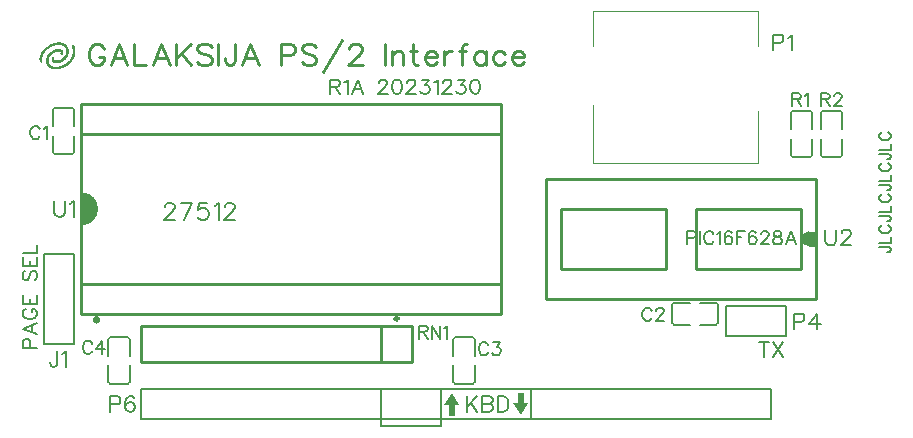
<source format=gto>
G04 Layer: TopSilkscreenLayer*
G04 EasyEDA v6.5.39, 2024-02-04 18:14:41*
G04 2f83d60dcc7a4208ae63cd86e36a5a3b,5509f98a9368439c9cde498926e245b9,10*
G04 Gerber Generator version 0.2*
G04 Scale: 100 percent, Rotated: No, Reflected: No *
G04 Dimensions in inches *
G04 leading zeros omitted , absolute positions ,3 integer and 6 decimal *
%FSLAX36Y36*%
%MOIN*%

%ADD10C,0.0090*%
%ADD11C,0.0070*%
%ADD12C,0.0060*%
%ADD13C,0.0080*%
%ADD14C,0.0100*%
%ADD15C,0.0080*%
%ADD16C,0.0039*%
%ADD17C,0.0118*%
%ADD18C,0.0137*%

%LPD*%
G36*
X176720Y1305260D02*
G01*
X173600Y1305200D01*
X170600Y1304980D01*
X166180Y1304379D01*
X164040Y1303980D01*
X160380Y1303120D01*
X156680Y1302040D01*
X151980Y1300380D01*
X149460Y1299360D01*
X146920Y1298220D01*
X143440Y1296500D01*
X138280Y1293540D01*
X133800Y1290520D01*
X128620Y1286440D01*
X124179Y1282280D01*
X120680Y1278340D01*
X118059Y1274900D01*
X115420Y1270720D01*
X113880Y1267660D01*
X112420Y1264220D01*
X111640Y1261880D01*
X110700Y1258060D01*
X110160Y1254260D01*
X110000Y1251720D01*
X110079Y1248700D01*
X110300Y1246620D01*
X110620Y1244560D01*
X111560Y1240600D01*
X111940Y1239800D01*
X112560Y1238980D01*
X113820Y1238100D01*
X114800Y1237740D01*
X116540Y1237740D01*
X117700Y1238140D01*
X118440Y1238640D01*
X119200Y1239400D01*
X119720Y1240280D01*
X120020Y1241140D01*
X120079Y1242680D01*
X119220Y1246320D01*
X118859Y1249100D01*
X118780Y1251380D01*
X118920Y1253780D01*
X119460Y1257140D01*
X120340Y1260280D01*
X121000Y1262080D01*
X122680Y1265700D01*
X123560Y1267240D01*
X125399Y1270040D01*
X127540Y1272840D01*
X129260Y1274860D01*
X133000Y1278600D01*
X137020Y1281960D01*
X140620Y1284560D01*
X143100Y1286180D01*
X147460Y1288680D01*
X150660Y1290260D01*
X152800Y1291220D01*
X157560Y1293060D01*
X161439Y1294280D01*
X163440Y1294820D01*
X167979Y1295760D01*
X172260Y1296279D01*
X174980Y1296440D01*
X178560Y1296380D01*
X180620Y1296160D01*
X182700Y1295820D01*
X184579Y1295360D01*
X186260Y1294840D01*
X187860Y1294199D01*
X189800Y1293220D01*
X191400Y1292180D01*
X192740Y1291080D01*
X194160Y1289640D01*
X196060Y1286960D01*
X196840Y1285420D01*
X197860Y1282680D01*
X198520Y1279860D01*
X198939Y1276120D01*
X198939Y1271840D01*
X198720Y1270300D01*
X198380Y1268700D01*
X197780Y1266660D01*
X196900Y1264420D01*
X195539Y1261840D01*
X194280Y1259880D01*
X193380Y1258640D01*
X192020Y1257020D01*
X190120Y1255080D01*
X188460Y1253600D01*
X185520Y1251360D01*
X183700Y1250180D01*
X181640Y1248980D01*
X179100Y1247740D01*
X175880Y1246460D01*
X173340Y1245680D01*
X171660Y1245260D01*
X168320Y1244720D01*
X165780Y1244580D01*
X163880Y1244720D01*
X162760Y1244920D01*
X161500Y1245340D01*
X160580Y1245820D01*
X159960Y1246380D01*
X159600Y1247020D01*
X159440Y1247760D01*
X159520Y1249300D01*
X159800Y1250640D01*
X159740Y1251840D01*
X159400Y1252920D01*
X158860Y1253740D01*
X158360Y1254300D01*
X157540Y1254900D01*
X156800Y1255220D01*
X155680Y1255440D01*
X154500Y1255360D01*
X153560Y1255040D01*
X152820Y1254580D01*
X152100Y1253940D01*
X151440Y1252960D01*
X151020Y1251440D01*
X150700Y1249320D01*
X150700Y1247120D01*
X151020Y1245220D01*
X151380Y1244060D01*
X151860Y1242920D01*
X152600Y1241620D01*
X153400Y1240540D01*
X154600Y1239320D01*
X156180Y1238220D01*
X157460Y1237540D01*
X159540Y1236680D01*
X161940Y1236140D01*
X164300Y1235820D01*
X167520Y1235820D01*
X169460Y1235960D01*
X171759Y1236300D01*
X175340Y1237100D01*
X177520Y1237740D01*
X180920Y1238960D01*
X182700Y1239720D01*
X184980Y1240820D01*
X188720Y1242940D01*
X190920Y1244400D01*
X192940Y1245900D01*
X195180Y1247800D01*
X197140Y1249640D01*
X198800Y1251420D01*
X200120Y1253000D01*
X202200Y1255900D01*
X203240Y1257600D01*
X204400Y1259740D01*
X205859Y1263220D01*
X206620Y1265540D01*
X207280Y1268500D01*
X207620Y1270580D01*
X207780Y1274240D01*
X207620Y1277660D01*
X207140Y1281420D01*
X206759Y1283300D01*
X206200Y1285300D01*
X205340Y1287800D01*
X204800Y1289100D01*
X203180Y1292120D01*
X201439Y1294580D01*
X200500Y1295720D01*
X199160Y1297120D01*
X197540Y1298540D01*
X194880Y1300420D01*
X193420Y1301260D01*
X191260Y1302320D01*
X188920Y1303240D01*
X185640Y1304180D01*
X182100Y1304860D01*
X179700Y1305120D01*
G37*
G36*
X221840Y1297760D02*
G01*
X220980Y1297560D01*
X219980Y1297100D01*
X219180Y1296459D01*
X218560Y1295660D01*
X218200Y1294860D01*
X217960Y1293980D01*
X217960Y1292580D01*
X219259Y1288760D01*
X219860Y1286620D01*
X220720Y1282480D01*
X221220Y1278200D01*
X221240Y1273260D01*
X221060Y1271320D01*
X220560Y1267980D01*
X219600Y1263840D01*
X218660Y1261080D01*
X217240Y1257660D01*
X216040Y1255260D01*
X214180Y1252140D01*
X212840Y1250140D01*
X210660Y1247240D01*
X207920Y1244080D01*
X205980Y1242100D01*
X203700Y1240000D01*
X201960Y1238520D01*
X198200Y1235640D01*
X195000Y1233500D01*
X190000Y1230620D01*
X186500Y1228940D01*
X181300Y1226840D01*
X179160Y1226120D01*
X175400Y1225080D01*
X172200Y1224380D01*
X170080Y1224040D01*
X167200Y1223720D01*
X164380Y1223560D01*
X161160Y1223640D01*
X159100Y1223860D01*
X156800Y1224260D01*
X154680Y1224800D01*
X153060Y1225340D01*
X151480Y1226020D01*
X150100Y1226720D01*
X148880Y1227480D01*
X147580Y1228440D01*
X146320Y1229580D01*
X145060Y1231040D01*
X143560Y1233320D01*
X142820Y1234780D01*
X142280Y1236120D01*
X141860Y1237460D01*
X141420Y1239280D01*
X140900Y1243020D01*
X140900Y1247760D01*
X141260Y1249780D01*
X141800Y1251840D01*
X142980Y1254900D01*
X143780Y1256520D01*
X144680Y1258080D01*
X146680Y1260860D01*
X148040Y1262440D01*
X149540Y1263980D01*
X151160Y1265460D01*
X152840Y1266800D01*
X156280Y1269160D01*
X159800Y1271040D01*
X161900Y1271980D01*
X164240Y1272860D01*
X166439Y1273540D01*
X168980Y1274160D01*
X171080Y1274480D01*
X173039Y1274640D01*
X175620Y1274560D01*
X177160Y1274300D01*
X179180Y1273480D01*
X179899Y1272840D01*
X180260Y1272100D01*
X180420Y1271180D01*
X180320Y1270120D01*
X180060Y1268760D01*
X180060Y1267580D01*
X180260Y1266760D01*
X180820Y1265640D01*
X181840Y1264600D01*
X182960Y1264060D01*
X183760Y1263860D01*
X185040Y1263860D01*
X185840Y1264060D01*
X186980Y1264600D01*
X188000Y1265640D01*
X188619Y1266900D01*
X189120Y1269780D01*
X189120Y1272180D01*
X188939Y1273380D01*
X188619Y1274680D01*
X188280Y1275660D01*
X187560Y1277100D01*
X186820Y1278200D01*
X185859Y1279300D01*
X184700Y1280320D01*
X183440Y1281160D01*
X182300Y1281780D01*
X180820Y1282380D01*
X179220Y1282840D01*
X176540Y1283320D01*
X174480Y1283480D01*
X171800Y1283380D01*
X169640Y1283180D01*
X166840Y1282720D01*
X164600Y1282180D01*
X162300Y1281519D01*
X160300Y1280840D01*
X158100Y1279960D01*
X155620Y1278840D01*
X151060Y1276280D01*
X147820Y1274020D01*
X144840Y1271640D01*
X142020Y1268900D01*
X139280Y1265700D01*
X138300Y1264360D01*
X136500Y1261520D01*
X134800Y1258140D01*
X133980Y1256120D01*
X132960Y1252780D01*
X132500Y1250640D01*
X132160Y1248300D01*
X132080Y1244360D01*
X132240Y1241540D01*
X132840Y1237400D01*
X133440Y1234920D01*
X134480Y1232000D01*
X135240Y1230300D01*
X136080Y1228700D01*
X137680Y1226260D01*
X139540Y1223980D01*
X140820Y1222720D01*
X143240Y1220680D01*
X145100Y1219460D01*
X147900Y1217960D01*
X150000Y1217080D01*
X153840Y1215900D01*
X156020Y1215440D01*
X160219Y1214880D01*
X163640Y1214740D01*
X167160Y1214900D01*
X169700Y1215120D01*
X172399Y1215500D01*
X176540Y1216280D01*
X179920Y1217160D01*
X185000Y1218820D01*
X188740Y1220300D01*
X191860Y1221720D01*
X196420Y1224100D01*
X200560Y1226620D01*
X204180Y1229120D01*
X206920Y1231240D01*
X209180Y1233120D01*
X212220Y1235900D01*
X214420Y1238160D01*
X216820Y1240880D01*
X219880Y1244880D01*
X221420Y1247160D01*
X223960Y1251480D01*
X225159Y1253900D01*
X226140Y1256160D01*
X227480Y1259700D01*
X228760Y1264220D01*
X229620Y1269100D01*
X230000Y1272920D01*
X229980Y1278460D01*
X229500Y1283160D01*
X228680Y1287440D01*
X227620Y1291339D01*
X226840Y1293720D01*
X225920Y1295920D01*
X224840Y1297000D01*
X224040Y1297420D01*
X223180Y1297700D01*
G37*
D10*
X326100Y1283600D02*
G01*
X322699Y1290500D01*
X315900Y1297300D01*
X309099Y1300700D01*
X295500Y1300700D01*
X288600Y1297300D01*
X281799Y1290500D01*
X278400Y1283600D01*
X275000Y1273400D01*
X275000Y1256399D01*
X278400Y1246100D01*
X281799Y1239299D01*
X288600Y1232500D01*
X295500Y1229099D01*
X309099Y1229099D01*
X315900Y1232500D01*
X322699Y1239299D01*
X326100Y1246100D01*
X326100Y1256399D01*
X309099Y1256399D02*
G01*
X326100Y1256399D01*
X375900Y1300700D02*
G01*
X348600Y1229099D01*
X375900Y1300700D02*
G01*
X403199Y1229099D01*
X358899Y1253000D02*
G01*
X393000Y1253000D01*
X425699Y1300700D02*
G01*
X425699Y1229099D01*
X425699Y1229099D02*
G01*
X466599Y1229099D01*
X516400Y1300700D02*
G01*
X489099Y1229099D01*
X516400Y1300700D02*
G01*
X543599Y1229099D01*
X499300Y1253000D02*
G01*
X533400Y1253000D01*
X566099Y1300700D02*
G01*
X566099Y1229099D01*
X613900Y1300700D02*
G01*
X566099Y1253000D01*
X583199Y1270000D02*
G01*
X613900Y1229099D01*
X684099Y1290500D02*
G01*
X677299Y1297300D01*
X666999Y1300700D01*
X653400Y1300700D01*
X643199Y1297300D01*
X636400Y1290500D01*
X636400Y1283600D01*
X639799Y1276799D01*
X643199Y1273400D01*
X650000Y1270000D01*
X670500Y1263200D01*
X677299Y1259800D01*
X680699Y1256399D01*
X684099Y1249499D01*
X684099Y1239299D01*
X677299Y1232500D01*
X666999Y1229099D01*
X653400Y1229099D01*
X643199Y1232500D01*
X636400Y1239299D01*
X706599Y1300700D02*
G01*
X706599Y1229099D01*
X763199Y1300700D02*
G01*
X763199Y1246100D01*
X759799Y1235900D01*
X756400Y1232500D01*
X749499Y1229099D01*
X742700Y1229099D01*
X735900Y1232500D01*
X732500Y1235900D01*
X729099Y1246100D01*
X729099Y1253000D01*
X813000Y1300700D02*
G01*
X785699Y1229099D01*
X813000Y1300700D02*
G01*
X840200Y1229099D01*
X795900Y1253000D02*
G01*
X830000Y1253000D01*
X915200Y1300700D02*
G01*
X915200Y1229099D01*
X915200Y1300700D02*
G01*
X945900Y1300700D01*
X956099Y1297300D01*
X959499Y1293899D01*
X963000Y1286999D01*
X963000Y1276799D01*
X959499Y1270000D01*
X956099Y1266599D01*
X945900Y1263200D01*
X915200Y1263200D01*
X1033199Y1290500D02*
G01*
X1026400Y1297300D01*
X1016099Y1300700D01*
X1002500Y1300700D01*
X992299Y1297300D01*
X985500Y1290500D01*
X985500Y1283600D01*
X988900Y1276799D01*
X992299Y1273400D01*
X999099Y1270000D01*
X1019499Y1263200D01*
X1026400Y1259800D01*
X1029799Y1256399D01*
X1033199Y1249499D01*
X1033199Y1239299D01*
X1026400Y1232500D01*
X1016099Y1229099D01*
X1002500Y1229099D01*
X992299Y1232500D01*
X985500Y1239299D01*
X1116999Y1314299D02*
G01*
X1055699Y1205199D01*
X1143000Y1283600D02*
G01*
X1143000Y1286999D01*
X1146400Y1293899D01*
X1149799Y1297300D01*
X1156599Y1300700D01*
X1170200Y1300700D01*
X1176999Y1297300D01*
X1180500Y1293899D01*
X1183900Y1286999D01*
X1183900Y1280199D01*
X1180500Y1273400D01*
X1173599Y1263200D01*
X1139499Y1229099D01*
X1187299Y1229099D01*
X1262299Y1300700D02*
G01*
X1262299Y1229099D01*
X1284799Y1276799D02*
G01*
X1284799Y1229099D01*
X1284799Y1263200D02*
G01*
X1295000Y1273400D01*
X1301800Y1276799D01*
X1311999Y1276799D01*
X1318900Y1273400D01*
X1322299Y1263200D01*
X1322299Y1229099D01*
X1355000Y1300700D02*
G01*
X1355000Y1242699D01*
X1358400Y1232500D01*
X1365200Y1229099D01*
X1371999Y1229099D01*
X1344799Y1276799D02*
G01*
X1368599Y1276799D01*
X1394499Y1256399D02*
G01*
X1435500Y1256399D01*
X1435500Y1263200D01*
X1431999Y1270000D01*
X1428599Y1273400D01*
X1421800Y1276799D01*
X1411599Y1276799D01*
X1404799Y1273400D01*
X1398000Y1266599D01*
X1394499Y1256399D01*
X1394499Y1249499D01*
X1398000Y1239299D01*
X1404799Y1232500D01*
X1411599Y1229099D01*
X1421800Y1229099D01*
X1428599Y1232500D01*
X1435500Y1239299D01*
X1458000Y1276799D02*
G01*
X1458000Y1229099D01*
X1458000Y1256399D02*
G01*
X1461400Y1266599D01*
X1468199Y1273400D01*
X1475000Y1276799D01*
X1485200Y1276799D01*
X1535000Y1300700D02*
G01*
X1528199Y1300700D01*
X1521400Y1297300D01*
X1518000Y1286999D01*
X1518000Y1229099D01*
X1507700Y1276799D02*
G01*
X1531599Y1276799D01*
X1598400Y1276799D02*
G01*
X1598400Y1229099D01*
X1598400Y1266599D02*
G01*
X1591599Y1273400D01*
X1584799Y1276799D01*
X1574499Y1276799D01*
X1567700Y1273400D01*
X1560900Y1266599D01*
X1557500Y1256399D01*
X1557500Y1249499D01*
X1560900Y1239299D01*
X1567700Y1232500D01*
X1574499Y1229099D01*
X1584799Y1229099D01*
X1591599Y1232500D01*
X1598400Y1239299D01*
X1661800Y1266599D02*
G01*
X1655000Y1273400D01*
X1648199Y1276799D01*
X1638000Y1276799D01*
X1631099Y1273400D01*
X1624300Y1266599D01*
X1620900Y1256399D01*
X1620900Y1249499D01*
X1624300Y1239299D01*
X1631099Y1232500D01*
X1638000Y1229099D01*
X1648199Y1229099D01*
X1655000Y1232500D01*
X1661800Y1239299D01*
X1684300Y1256399D02*
G01*
X1725200Y1256399D01*
X1725200Y1263200D01*
X1721800Y1270000D01*
X1718400Y1273400D01*
X1711599Y1276799D01*
X1701400Y1276799D01*
X1694499Y1273400D01*
X1687700Y1266599D01*
X1684300Y1256399D01*
X1684300Y1249499D01*
X1687700Y1239299D01*
X1694499Y1232500D01*
X1701400Y1229099D01*
X1711599Y1229099D01*
X1718400Y1232500D01*
X1725200Y1239299D01*
D11*
X1080000Y1180500D02*
G01*
X1080000Y1132699D01*
X1080000Y1180500D02*
G01*
X1100500Y1180500D01*
X1107299Y1178200D01*
X1109499Y1175900D01*
X1111800Y1171399D01*
X1111800Y1166799D01*
X1109499Y1162300D01*
X1107299Y1160000D01*
X1100500Y1157699D01*
X1080000Y1157699D01*
X1095900Y1157699D02*
G01*
X1111800Y1132699D01*
X1126800Y1171399D02*
G01*
X1131400Y1173600D01*
X1138199Y1180500D01*
X1138199Y1132699D01*
X1171400Y1180500D02*
G01*
X1153199Y1132699D01*
X1171400Y1180500D02*
G01*
X1189499Y1132699D01*
X1160000Y1148600D02*
G01*
X1182700Y1148600D01*
X1241800Y1169099D02*
G01*
X1241800Y1171399D01*
X1244099Y1175900D01*
X1246400Y1178200D01*
X1250900Y1180500D01*
X1260000Y1180500D01*
X1264499Y1178200D01*
X1266800Y1175900D01*
X1269099Y1171399D01*
X1269099Y1166799D01*
X1266800Y1162300D01*
X1262299Y1155500D01*
X1239499Y1132699D01*
X1271400Y1132699D01*
X1300000Y1180500D02*
G01*
X1293199Y1178200D01*
X1288599Y1171399D01*
X1286400Y1160000D01*
X1286400Y1153200D01*
X1288599Y1141799D01*
X1293199Y1135000D01*
X1300000Y1132699D01*
X1304499Y1132699D01*
X1311400Y1135000D01*
X1315900Y1141799D01*
X1318199Y1153200D01*
X1318199Y1160000D01*
X1315900Y1171399D01*
X1311400Y1178200D01*
X1304499Y1180500D01*
X1300000Y1180500D01*
X1335500Y1169099D02*
G01*
X1335500Y1171399D01*
X1337700Y1175900D01*
X1340000Y1178200D01*
X1344499Y1180500D01*
X1353599Y1180500D01*
X1358199Y1178200D01*
X1360500Y1175900D01*
X1362700Y1171399D01*
X1362700Y1166799D01*
X1360500Y1162300D01*
X1355900Y1155500D01*
X1333199Y1132699D01*
X1365000Y1132699D01*
X1384499Y1180500D02*
G01*
X1409499Y1180500D01*
X1395900Y1162300D01*
X1402700Y1162300D01*
X1407299Y1160000D01*
X1409499Y1157699D01*
X1411800Y1150900D01*
X1411800Y1146399D01*
X1409499Y1139499D01*
X1405000Y1135000D01*
X1398199Y1132699D01*
X1391400Y1132699D01*
X1384499Y1135000D01*
X1382299Y1137300D01*
X1380000Y1141799D01*
X1426800Y1171399D02*
G01*
X1431400Y1173600D01*
X1438199Y1180500D01*
X1438199Y1132699D01*
X1455500Y1169099D02*
G01*
X1455500Y1171399D01*
X1457700Y1175900D01*
X1460000Y1178200D01*
X1464499Y1180500D01*
X1473599Y1180500D01*
X1478199Y1178200D01*
X1480500Y1175900D01*
X1482700Y1171399D01*
X1482700Y1166799D01*
X1480500Y1162300D01*
X1475900Y1155500D01*
X1453199Y1132699D01*
X1485000Y1132699D01*
X1504499Y1180500D02*
G01*
X1529499Y1180500D01*
X1515900Y1162300D01*
X1522700Y1162300D01*
X1527299Y1160000D01*
X1529499Y1157699D01*
X1531800Y1150900D01*
X1531800Y1146399D01*
X1529499Y1139499D01*
X1525000Y1135000D01*
X1518199Y1132699D01*
X1511400Y1132699D01*
X1504499Y1135000D01*
X1502299Y1137300D01*
X1500000Y1141799D01*
X1560500Y1180500D02*
G01*
X1553599Y1178200D01*
X1549099Y1171399D01*
X1546800Y1160000D01*
X1546800Y1153200D01*
X1549099Y1141799D01*
X1553599Y1135000D01*
X1560500Y1132699D01*
X1565000Y1132699D01*
X1571800Y1135000D01*
X1576400Y1141799D01*
X1578599Y1153200D01*
X1578599Y1160000D01*
X1576400Y1171399D01*
X1571800Y1178200D01*
X1565000Y1180500D01*
X1560500Y1180500D01*
X2525900Y305500D02*
G01*
X2525900Y257699D01*
X2510000Y305500D02*
G01*
X2541800Y305500D01*
X2556800Y305500D02*
G01*
X2588599Y257699D01*
X2588599Y305500D02*
G01*
X2556800Y257699D01*
X54499Y285000D02*
G01*
X102300Y285000D01*
X54499Y285000D02*
G01*
X54499Y305500D01*
X56799Y312300D01*
X59099Y314499D01*
X63600Y316799D01*
X70500Y316799D01*
X75000Y314499D01*
X77300Y312300D01*
X79499Y305500D01*
X79499Y285000D01*
X54499Y350000D02*
G01*
X102300Y331799D01*
X54499Y350000D02*
G01*
X102300Y368200D01*
X86399Y338600D02*
G01*
X86399Y361399D01*
X65900Y417300D02*
G01*
X61399Y415000D01*
X56799Y410500D01*
X54499Y405900D01*
X54499Y396799D01*
X56799Y392300D01*
X61399Y387699D01*
X65900Y385500D01*
X72699Y383200D01*
X84099Y383200D01*
X90900Y385500D01*
X95500Y387699D01*
X100000Y392300D01*
X102300Y396799D01*
X102300Y405900D01*
X100000Y410500D01*
X95500Y415000D01*
X90900Y417300D01*
X84099Y417300D01*
X84099Y405900D02*
G01*
X84099Y417300D01*
X54499Y432300D02*
G01*
X102300Y432300D01*
X54499Y432300D02*
G01*
X54499Y461799D01*
X77300Y432300D02*
G01*
X77300Y450500D01*
X102300Y432300D02*
G01*
X102300Y461799D01*
X61399Y543600D02*
G01*
X56799Y539099D01*
X54499Y532300D01*
X54499Y523200D01*
X56799Y516399D01*
X61399Y511799D01*
X65900Y511799D01*
X70500Y514099D01*
X72699Y516399D01*
X75000Y520900D01*
X79499Y534499D01*
X81799Y539099D01*
X84099Y541399D01*
X88600Y543600D01*
X95500Y543600D01*
X100000Y539099D01*
X102300Y532300D01*
X102300Y523200D01*
X100000Y516399D01*
X95500Y511799D01*
X54499Y558600D02*
G01*
X102300Y558600D01*
X54499Y558600D02*
G01*
X54499Y588200D01*
X77300Y558600D02*
G01*
X77300Y576799D01*
X102300Y558600D02*
G01*
X102300Y588200D01*
X54499Y603200D02*
G01*
X102300Y603200D01*
X102300Y603200D02*
G01*
X102300Y630500D01*
D12*
X2909600Y623200D02*
G01*
X2938699Y623200D01*
X2944200Y621399D01*
X2946000Y619499D01*
X2947799Y615900D01*
X2947799Y612300D01*
X2946000Y608600D01*
X2944200Y606799D01*
X2938699Y605000D01*
X2935100Y605000D01*
X2909600Y635199D02*
G01*
X2947799Y635199D01*
X2947799Y635199D02*
G01*
X2947799Y656999D01*
X2918699Y696300D02*
G01*
X2915100Y694499D01*
X2911499Y690799D01*
X2909600Y687199D01*
X2909600Y679899D01*
X2911499Y676300D01*
X2915100Y672600D01*
X2918699Y670799D01*
X2924200Y669000D01*
X2933299Y669000D01*
X2938699Y670799D01*
X2942399Y672600D01*
X2946000Y676300D01*
X2947799Y679899D01*
X2947799Y687199D01*
X2946000Y690799D01*
X2942399Y694499D01*
X2938699Y696300D01*
X2909600Y726500D02*
G01*
X2938699Y726500D01*
X2944200Y724600D01*
X2946000Y722800D01*
X2947799Y719200D01*
X2947799Y715500D01*
X2946000Y711900D01*
X2944200Y710100D01*
X2938699Y708299D01*
X2935100Y708299D01*
X2909600Y738499D02*
G01*
X2947799Y738499D01*
X2947799Y738499D02*
G01*
X2947799Y760300D01*
X2918699Y799499D02*
G01*
X2915100Y797699D01*
X2911499Y794099D01*
X2909600Y790500D01*
X2909600Y783200D01*
X2911499Y779499D01*
X2915100Y775900D01*
X2918699Y774099D01*
X2924200Y772300D01*
X2933299Y772300D01*
X2938699Y774099D01*
X2942399Y775900D01*
X2946000Y779499D01*
X2947799Y783200D01*
X2947799Y790500D01*
X2946000Y794099D01*
X2942399Y797699D01*
X2938699Y799499D01*
X2909600Y829699D02*
G01*
X2938699Y829699D01*
X2944200Y827899D01*
X2946000Y826100D01*
X2947799Y822500D01*
X2947799Y818800D01*
X2946000Y815199D01*
X2944200Y813400D01*
X2938699Y811500D01*
X2935100Y811500D01*
X2909600Y841700D02*
G01*
X2947799Y841700D01*
X2947799Y841700D02*
G01*
X2947799Y863499D01*
X2918699Y902800D02*
G01*
X2915100Y900999D01*
X2911499Y897399D01*
X2909600Y893699D01*
X2909600Y886500D01*
X2911499Y882800D01*
X2915100Y879200D01*
X2918699Y877399D01*
X2924200Y875500D01*
X2933299Y875500D01*
X2938699Y877399D01*
X2942399Y879200D01*
X2946000Y882800D01*
X2947799Y886500D01*
X2947799Y893699D01*
X2946000Y897399D01*
X2942399Y900999D01*
X2938699Y902800D01*
X2909600Y933000D02*
G01*
X2938699Y933000D01*
X2944200Y931199D01*
X2946000Y929400D01*
X2947799Y925700D01*
X2947799Y922100D01*
X2946000Y918499D01*
X2944200Y916599D01*
X2938699Y914800D01*
X2935100Y914800D01*
X2909600Y945000D02*
G01*
X2947799Y945000D01*
X2947799Y945000D02*
G01*
X2947799Y966799D01*
X2918699Y1006100D02*
G01*
X2915100Y1004299D01*
X2911499Y1000599D01*
X2909600Y996999D01*
X2909600Y989699D01*
X2911499Y986100D01*
X2915100Y982500D01*
X2918699Y980599D01*
X2924200Y978800D01*
X2933299Y978800D01*
X2938699Y980599D01*
X2942399Y982500D01*
X2946000Y986100D01*
X2947799Y989699D01*
X2947799Y996999D01*
X2946000Y1000599D01*
X2942399Y1004299D01*
X2938699Y1006100D01*
X2270000Y675399D02*
G01*
X2270000Y632500D01*
X2270000Y675399D02*
G01*
X2288400Y675399D01*
X2294499Y673400D01*
X2296599Y671300D01*
X2298599Y667199D01*
X2298599Y661100D01*
X2296599Y656999D01*
X2294499Y655000D01*
X2288400Y652899D01*
X2270000Y652899D01*
X2312100Y675399D02*
G01*
X2312100Y632500D01*
X2356300Y665199D02*
G01*
X2354300Y669299D01*
X2350200Y673400D01*
X2346099Y675399D01*
X2337899Y675399D01*
X2333800Y673400D01*
X2329700Y669299D01*
X2327700Y665199D01*
X2325600Y659000D01*
X2325600Y648800D01*
X2327700Y642699D01*
X2329700Y638600D01*
X2333800Y634499D01*
X2337899Y632500D01*
X2346099Y632500D01*
X2350200Y634499D01*
X2354300Y638600D01*
X2356300Y642699D01*
X2369799Y667199D02*
G01*
X2373900Y669299D01*
X2380000Y675399D01*
X2380000Y632500D01*
X2418100Y669299D02*
G01*
X2416000Y673400D01*
X2409899Y675399D01*
X2405799Y675399D01*
X2399700Y673400D01*
X2395600Y667199D01*
X2393500Y656999D01*
X2393500Y646799D01*
X2395600Y638600D01*
X2399700Y634499D01*
X2405799Y632500D01*
X2407899Y632500D01*
X2413999Y634499D01*
X2418100Y638600D01*
X2420100Y644699D01*
X2420100Y646799D01*
X2418100Y652899D01*
X2413999Y656999D01*
X2407899Y659000D01*
X2405799Y659000D01*
X2399700Y656999D01*
X2395600Y652899D01*
X2393500Y646799D01*
X2433599Y675399D02*
G01*
X2433599Y632500D01*
X2433599Y675399D02*
G01*
X2460200Y675399D01*
X2433599Y655000D02*
G01*
X2450000Y655000D01*
X2498299Y669299D02*
G01*
X2496199Y673400D01*
X2490100Y675399D01*
X2486000Y675399D01*
X2479899Y673400D01*
X2475799Y667199D01*
X2473699Y656999D01*
X2473699Y646799D01*
X2475799Y638600D01*
X2479899Y634499D01*
X2486000Y632500D01*
X2488000Y632500D01*
X2494200Y634499D01*
X2498299Y638600D01*
X2500299Y644699D01*
X2500299Y646799D01*
X2498299Y652899D01*
X2494200Y656999D01*
X2488000Y659000D01*
X2486000Y659000D01*
X2479899Y656999D01*
X2475799Y652899D01*
X2473699Y646799D01*
X2515900Y665199D02*
G01*
X2515900Y667199D01*
X2517899Y671300D01*
X2520000Y673400D01*
X2523999Y675399D01*
X2532200Y675399D01*
X2536300Y673400D01*
X2538400Y671300D01*
X2540399Y667199D01*
X2540399Y663099D01*
X2538400Y659000D01*
X2534300Y652899D01*
X2513800Y632500D01*
X2542500Y632500D01*
X2566199Y675399D02*
G01*
X2560000Y673400D01*
X2558000Y669299D01*
X2558000Y665199D01*
X2560000Y661100D01*
X2564099Y659000D01*
X2572299Y656999D01*
X2578500Y655000D01*
X2582500Y650900D01*
X2584600Y646799D01*
X2584600Y640599D01*
X2582500Y636500D01*
X2580500Y634499D01*
X2574399Y632500D01*
X2566199Y632500D01*
X2560000Y634499D01*
X2558000Y636500D01*
X2556000Y640599D01*
X2556000Y646799D01*
X2558000Y650900D01*
X2562100Y655000D01*
X2568199Y656999D01*
X2576400Y659000D01*
X2580500Y661100D01*
X2582500Y665199D01*
X2582500Y669299D01*
X2580500Y673400D01*
X2574399Y675399D01*
X2566199Y675399D01*
X2614499Y675399D02*
G01*
X2598100Y632500D01*
X2614499Y675399D02*
G01*
X2630799Y632500D01*
X2604200Y646799D02*
G01*
X2624700Y646799D01*
D13*
X2730000Y680500D02*
G01*
X2730000Y643000D01*
X2732500Y635500D01*
X2737500Y630500D01*
X2745000Y628000D01*
X2750000Y628000D01*
X2757500Y630500D01*
X2762500Y635500D01*
X2765000Y643000D01*
X2765000Y680500D01*
X2783999Y668000D02*
G01*
X2783999Y670500D01*
X2786499Y675500D01*
X2788999Y678000D01*
X2793999Y680500D01*
X2803999Y680500D01*
X2808999Y678000D01*
X2811499Y675500D01*
X2813999Y670500D01*
X2813999Y665500D01*
X2811499Y660500D01*
X2806499Y653000D01*
X2781499Y628000D01*
X2816499Y628000D01*
X527700Y756900D02*
G01*
X527700Y759600D01*
X530500Y765100D01*
X533199Y767800D01*
X538599Y770500D01*
X549499Y770500D01*
X555000Y767800D01*
X557700Y765100D01*
X560500Y759600D01*
X560500Y754200D01*
X557700Y748699D01*
X552299Y740500D01*
X525000Y713299D01*
X563199Y713299D01*
X619399Y770500D02*
G01*
X592100Y713299D01*
X581199Y770500D02*
G01*
X619399Y770500D01*
X670100Y770500D02*
G01*
X642799Y770500D01*
X640100Y745999D01*
X642799Y748699D01*
X651000Y751500D01*
X659200Y751500D01*
X667399Y748699D01*
X672799Y743299D01*
X675500Y735100D01*
X675500Y729600D01*
X672799Y721500D01*
X667399Y715999D01*
X659200Y713299D01*
X651000Y713299D01*
X642799Y715999D01*
X640100Y718699D01*
X637399Y724200D01*
X693500Y759600D02*
G01*
X698999Y762399D01*
X707200Y770500D01*
X707200Y713299D01*
X727899Y756900D02*
G01*
X727899Y759600D01*
X730600Y765100D01*
X733400Y767800D01*
X738800Y770500D01*
X749700Y770500D01*
X755200Y767800D01*
X757899Y765100D01*
X760600Y759600D01*
X760600Y754200D01*
X757899Y748699D01*
X752500Y740500D01*
X725200Y713299D01*
X763400Y713299D01*
X160000Y775500D02*
G01*
X160000Y738000D01*
X162500Y730500D01*
X167500Y725500D01*
X175000Y723000D01*
X180000Y723000D01*
X187500Y725500D01*
X192500Y730500D01*
X195000Y738000D01*
X195000Y775500D01*
X211500Y765500D02*
G01*
X216500Y768000D01*
X224000Y775500D01*
X224000Y723000D01*
X345000Y125500D02*
G01*
X345000Y73000D01*
X345000Y125500D02*
G01*
X367500Y125500D01*
X375000Y123000D01*
X377500Y120500D01*
X380000Y115500D01*
X380000Y108000D01*
X377500Y103000D01*
X375000Y100500D01*
X367500Y98000D01*
X345000Y98000D01*
X426499Y118000D02*
G01*
X423999Y123000D01*
X416499Y125500D01*
X411499Y125500D01*
X403999Y123000D01*
X398999Y115500D01*
X396499Y103000D01*
X396499Y90500D01*
X398999Y80500D01*
X403999Y75500D01*
X411499Y73000D01*
X413999Y73000D01*
X421499Y75500D01*
X426499Y80500D01*
X428999Y88000D01*
X428999Y90500D01*
X426499Y98000D01*
X421499Y103000D01*
X413999Y105500D01*
X411499Y105500D01*
X403999Y103000D01*
X398999Y98000D01*
X396499Y90500D01*
D11*
X1535000Y125500D02*
G01*
X1535000Y73000D01*
X1570000Y125500D02*
G01*
X1535000Y90500D01*
X1547500Y103000D02*
G01*
X1570000Y73000D01*
X1586499Y125500D02*
G01*
X1586499Y73000D01*
X1586499Y125500D02*
G01*
X1608999Y125500D01*
X1616499Y123000D01*
X1618999Y120500D01*
X1621499Y115500D01*
X1621499Y110500D01*
X1618999Y105500D01*
X1616499Y103000D01*
X1608999Y100500D01*
X1586499Y100500D02*
G01*
X1608999Y100500D01*
X1616499Y98000D01*
X1618999Y95500D01*
X1621499Y90500D01*
X1621499Y83000D01*
X1618999Y78000D01*
X1616499Y75500D01*
X1608999Y73000D01*
X1586499Y73000D01*
X1638000Y125500D02*
G01*
X1638000Y73000D01*
X1638000Y125500D02*
G01*
X1655500Y125500D01*
X1663000Y123000D01*
X1668000Y118000D01*
X1670500Y113000D01*
X1673000Y105500D01*
X1673000Y93000D01*
X1670500Y85500D01*
X1668000Y80500D01*
X1663000Y75500D01*
X1655500Y73000D01*
X1638000Y73000D01*
D13*
X170000Y275500D02*
G01*
X170000Y235500D01*
X167500Y228000D01*
X165000Y225500D01*
X160000Y223000D01*
X155000Y223000D01*
X150000Y225500D01*
X147500Y228000D01*
X145000Y235500D01*
X145000Y240500D01*
X186500Y265500D02*
G01*
X191500Y268000D01*
X199000Y275500D01*
X199000Y223000D01*
D12*
X1605699Y295199D02*
G01*
X1603599Y299299D01*
X1599499Y303400D01*
X1595500Y305399D01*
X1587299Y305399D01*
X1583199Y303400D01*
X1579099Y299299D01*
X1576999Y295199D01*
X1575000Y289000D01*
X1575000Y278800D01*
X1576999Y272699D01*
X1579099Y268600D01*
X1583199Y264499D01*
X1587299Y262500D01*
X1595500Y262500D01*
X1599499Y264499D01*
X1603599Y268600D01*
X1605699Y272699D01*
X1623299Y305399D02*
G01*
X1645799Y305399D01*
X1633500Y289000D01*
X1639600Y289000D01*
X1643699Y286999D01*
X1645799Y285000D01*
X1647799Y278800D01*
X1647799Y274699D01*
X1645799Y268600D01*
X1641700Y264499D01*
X1635500Y262500D01*
X1629399Y262500D01*
X1623299Y264499D01*
X1621199Y266500D01*
X1619200Y270599D01*
X285700Y300199D02*
G01*
X283600Y304299D01*
X279499Y308400D01*
X275500Y310399D01*
X267300Y310399D01*
X263200Y308400D01*
X259099Y304299D01*
X256999Y300199D01*
X255000Y294000D01*
X255000Y283800D01*
X256999Y277699D01*
X259099Y273600D01*
X263200Y269499D01*
X267300Y267500D01*
X275500Y267500D01*
X279499Y269499D01*
X283600Y273600D01*
X285700Y277699D01*
X319600Y310399D02*
G01*
X299200Y281799D01*
X329899Y281799D01*
X319600Y310399D02*
G01*
X319600Y267500D01*
X110700Y1015199D02*
G01*
X108600Y1019299D01*
X104499Y1023400D01*
X100500Y1025399D01*
X92300Y1025399D01*
X88200Y1023400D01*
X84099Y1019299D01*
X81999Y1015199D01*
X80000Y1009000D01*
X80000Y998800D01*
X81999Y992699D01*
X84099Y988600D01*
X88200Y984499D01*
X92300Y982500D01*
X100500Y982500D01*
X104499Y984499D01*
X108600Y988600D01*
X110700Y992699D01*
X124200Y1017199D02*
G01*
X128299Y1019299D01*
X134400Y1025399D01*
X134400Y982500D01*
X2150699Y410199D02*
G01*
X2148599Y414299D01*
X2144499Y418400D01*
X2140500Y420399D01*
X2132299Y420399D01*
X2128199Y418400D01*
X2124099Y414299D01*
X2121999Y410199D01*
X2120000Y404000D01*
X2120000Y393800D01*
X2121999Y387699D01*
X2124099Y383600D01*
X2128199Y379499D01*
X2132299Y377500D01*
X2140500Y377500D01*
X2144499Y379499D01*
X2148599Y383600D01*
X2150699Y387699D01*
X2166199Y410199D02*
G01*
X2166199Y412199D01*
X2168299Y416300D01*
X2170299Y418400D01*
X2174399Y420399D01*
X2182600Y420399D01*
X2186700Y418400D01*
X2188699Y416300D01*
X2190799Y412199D01*
X2190799Y408099D01*
X2188699Y404000D01*
X2184600Y397899D01*
X2164200Y377500D01*
X2192799Y377500D01*
D13*
X2555000Y1330500D02*
G01*
X2555000Y1278000D01*
X2555000Y1330500D02*
G01*
X2577500Y1330500D01*
X2585000Y1328000D01*
X2587500Y1325500D01*
X2590000Y1320500D01*
X2590000Y1313000D01*
X2587500Y1308000D01*
X2585000Y1305500D01*
X2577500Y1303000D01*
X2555000Y1303000D01*
X2606499Y1320500D02*
G01*
X2611499Y1323000D01*
X2618999Y1330500D01*
X2618999Y1278000D01*
X2625000Y400500D02*
G01*
X2625000Y348000D01*
X2625000Y400500D02*
G01*
X2647500Y400500D01*
X2655000Y398000D01*
X2657500Y395500D01*
X2660000Y390500D01*
X2660000Y383000D01*
X2657500Y378000D01*
X2655000Y375500D01*
X2647500Y373000D01*
X2625000Y373000D01*
X2701499Y400500D02*
G01*
X2676499Y365500D01*
X2713999Y365500D01*
X2701499Y400500D02*
G01*
X2701499Y348000D01*
D12*
X2620000Y1135399D02*
G01*
X2620000Y1092500D01*
X2620000Y1135399D02*
G01*
X2638400Y1135399D01*
X2644499Y1133400D01*
X2646599Y1131300D01*
X2648599Y1127199D01*
X2648599Y1123099D01*
X2646599Y1119000D01*
X2644499Y1116999D01*
X2638400Y1115000D01*
X2620000Y1115000D01*
X2634300Y1115000D02*
G01*
X2648599Y1092500D01*
X2662100Y1127199D02*
G01*
X2666199Y1129299D01*
X2672399Y1135399D01*
X2672399Y1092500D01*
X2715000Y1135399D02*
G01*
X2715000Y1092500D01*
X2715000Y1135399D02*
G01*
X2733400Y1135399D01*
X2739499Y1133400D01*
X2741599Y1131300D01*
X2743599Y1127199D01*
X2743599Y1123099D01*
X2741599Y1119000D01*
X2739499Y1116999D01*
X2733400Y1115000D01*
X2715000Y1115000D01*
X2729300Y1115000D02*
G01*
X2743599Y1092500D01*
X2759200Y1125199D02*
G01*
X2759200Y1127199D01*
X2761199Y1131300D01*
X2763299Y1133400D01*
X2767399Y1135399D01*
X2775500Y1135399D01*
X2779600Y1133400D01*
X2781700Y1131300D01*
X2783699Y1127199D01*
X2783699Y1123099D01*
X2781700Y1119000D01*
X2777600Y1112899D01*
X2757100Y1092500D01*
X2785799Y1092500D01*
X1375000Y360399D02*
G01*
X1375000Y317500D01*
X1375000Y360399D02*
G01*
X1393400Y360399D01*
X1399499Y358400D01*
X1401599Y356300D01*
X1403599Y352199D01*
X1403599Y348099D01*
X1401599Y344000D01*
X1399499Y341999D01*
X1393400Y340000D01*
X1375000Y340000D01*
X1389300Y340000D02*
G01*
X1403599Y317500D01*
X1417100Y360399D02*
G01*
X1417100Y317500D01*
X1417100Y360399D02*
G01*
X1445799Y317500D01*
X1445799Y360399D02*
G01*
X1445799Y317500D01*
X1459300Y352199D02*
G01*
X1463400Y354299D01*
X1469499Y360399D01*
X1469499Y317500D01*
G36*
X1705000Y137500D02*
G01*
X1705000Y102500D01*
X1690000Y102500D01*
X1715000Y62500D01*
X1740000Y102500D01*
X1725000Y102500D01*
X1725000Y137500D01*
G37*
G36*
X1485000Y135000D02*
G01*
X1460000Y95000D01*
X1475000Y95000D01*
X1475000Y60000D01*
X1495000Y60000D01*
X1495000Y95000D01*
X1510000Y95000D01*
G37*
G36*
X2668159Y670000D02*
G01*
X2666240Y669840D01*
X2664380Y669340D01*
X2662640Y668520D01*
X2661060Y667420D01*
X2659700Y666060D01*
X2658600Y664479D01*
X2658140Y663620D01*
X2657480Y661800D01*
X2657160Y659900D01*
X2657120Y643640D01*
X2657280Y641600D01*
X2657740Y639600D01*
X2658540Y637720D01*
X2659600Y635980D01*
X2660920Y634420D01*
X2662480Y633080D01*
X2664220Y632020D01*
X2665160Y631580D01*
X2667100Y630960D01*
X2669120Y630640D01*
X2699640Y630560D01*
X2699960Y630220D01*
X2700000Y670000D01*
G37*
G36*
X250000Y800000D02*
G01*
X250000Y700000D01*
X254020Y700160D01*
X258020Y700639D01*
X261960Y701460D01*
X265840Y702580D01*
X269600Y704000D01*
X273240Y705720D01*
X276720Y707740D01*
X280040Y710020D01*
X283160Y712580D01*
X286060Y715360D01*
X288740Y718379D01*
X291160Y721600D01*
X293300Y725000D01*
X295180Y728560D01*
X296760Y732280D01*
X298020Y736100D01*
X299000Y740000D01*
X299640Y743980D01*
X299960Y747980D01*
X299960Y752020D01*
X299640Y756020D01*
X299000Y760000D01*
X298020Y763920D01*
X296760Y767740D01*
X295180Y771440D01*
X293300Y775000D01*
X291160Y778400D01*
X288740Y781620D01*
X286060Y784640D01*
X283160Y787420D01*
X280040Y789980D01*
X276720Y792260D01*
X273240Y794280D01*
X269600Y796000D01*
X267740Y796760D01*
X263920Y798020D01*
X260000Y799000D01*
X256020Y799640D01*
X252020Y799960D01*
G37*
D13*
X1250000Y50000D02*
G01*
X1250000Y25000D01*
X1450000Y25000D01*
X1450000Y50000D01*
D14*
X2700000Y670000D02*
G01*
X2700000Y680000D01*
X2700000Y620000D02*
G01*
X2700000Y630000D01*
X2700000Y620001D02*
G01*
X2700000Y450001D01*
X1800000Y450001D01*
X2700000Y680001D02*
G01*
X2700000Y850001D01*
X2690000Y850001D01*
X1800000Y450000D02*
G01*
X1800000Y850000D01*
X2690000Y850000D01*
X2200000Y550000D02*
G01*
X1850000Y550000D01*
X1850000Y750000D01*
X2200000Y750000D01*
X2200000Y550000D01*
X2650000Y550000D02*
G01*
X2300000Y550000D01*
X2300000Y750000D01*
X2650000Y750000D01*
X2650000Y550000D01*
X2700000Y630000D02*
G01*
X2675000Y630000D01*
X2675000Y670000D02*
G01*
X2700000Y670000D01*
X2700000Y630000D02*
G01*
X2700000Y670000D01*
X249998Y500001D02*
G01*
X1649998Y500001D01*
X249998Y1000001D02*
G01*
X1649998Y1000001D01*
X250000Y1100000D02*
G01*
X1650000Y1100000D01*
X1650000Y400000D01*
X250000Y400000D01*
X250000Y1100000D01*
D13*
X1750000Y150000D02*
G01*
X1750000Y50000D01*
X450000Y150000D02*
G01*
X2550000Y150000D01*
X2550000Y50000D01*
X450000Y50000D01*
X450000Y150000D01*
X1450000Y150000D02*
G01*
X1450000Y50000D01*
X1250000Y150000D02*
G01*
X1250000Y50000D01*
X225000Y525000D02*
G01*
X225000Y600000D01*
X125000Y600000D01*
X125000Y300000D01*
X225000Y300000D01*
D15*
X225000Y300000D02*
G01*
X225000Y525000D01*
D12*
X1560574Y173692D02*
G01*
X1560574Y229205D01*
X1489425Y229205D02*
G01*
X1489425Y173692D01*
X1495424Y167692D02*
G01*
X1554575Y167692D01*
X1560574Y316307D02*
G01*
X1560574Y260794D01*
X1489425Y260794D02*
G01*
X1489425Y316307D01*
X1495424Y322307D02*
G01*
X1554575Y322307D01*
X410574Y173692D02*
G01*
X410574Y229205D01*
X339425Y229205D02*
G01*
X339425Y173692D01*
X345425Y167692D02*
G01*
X404575Y167692D01*
X410574Y316307D02*
G01*
X410574Y260794D01*
X339425Y260794D02*
G01*
X339425Y316307D01*
X345425Y322307D02*
G01*
X404575Y322307D01*
X154425Y1081307D02*
G01*
X154425Y1025794D01*
X225574Y1025794D02*
G01*
X225574Y1081307D01*
X219574Y1087307D02*
G01*
X160425Y1087307D01*
X154425Y938692D02*
G01*
X154425Y994205D01*
X225574Y994205D02*
G01*
X225574Y938692D01*
X219574Y932692D02*
G01*
X160425Y932692D01*
X2223693Y364425D02*
G01*
X2279205Y364425D01*
X2279205Y435574D02*
G01*
X2223693Y435574D01*
X2217692Y429574D02*
G01*
X2217692Y370425D01*
X2366306Y364425D02*
G01*
X2310794Y364425D01*
X2310794Y435574D02*
G01*
X2366306Y435574D01*
X2372307Y429574D02*
G01*
X2372307Y370425D01*
D16*
X1955590Y1291540D02*
G01*
X1955590Y1409639D01*
X2506769Y1409639D01*
X2506769Y1291540D01*
X1955590Y1094690D02*
G01*
X1955590Y901770D01*
X2506769Y901770D01*
X2506769Y1075000D01*
D15*
X2600000Y425000D02*
G01*
X2475000Y425000D01*
D13*
X2600000Y425000D02*
G01*
X2600000Y325000D01*
X2400000Y325000D01*
X2400000Y425000D01*
X2475000Y425000D01*
D12*
X2685576Y928694D02*
G01*
X2685576Y984203D01*
X2614423Y984203D02*
G01*
X2614423Y928694D01*
X2620424Y922692D02*
G01*
X2679575Y922692D01*
X2685576Y1071305D02*
G01*
X2685576Y1015796D01*
X2614423Y1015796D02*
G01*
X2614423Y1071305D01*
X2620424Y1077307D02*
G01*
X2679575Y1077307D01*
X2785576Y928694D02*
G01*
X2785576Y984203D01*
X2714423Y984203D02*
G01*
X2714423Y928694D01*
X2720424Y922692D02*
G01*
X2779575Y922692D01*
X2785576Y1071305D02*
G01*
X2785576Y1015796D01*
X2714423Y1015796D02*
G01*
X2714423Y1071305D01*
X2720424Y1077307D02*
G01*
X2779575Y1077307D01*
D14*
X1250000Y240945D02*
G01*
X1250000Y359054D01*
X1352755Y240945D02*
G01*
X447244Y240945D01*
X447244Y359054D01*
X447244Y359054D02*
G01*
X1352755Y359054D01*
X1352755Y359054D02*
G01*
X1352755Y240945D01*
G75*
G01*
X2675000Y630000D02*
G02*
X2655000Y650000I0J20000D01*
G75*
G01*
X2655000Y650000D02*
G02*
X2675000Y670000I20000J0D01*
G75*
G01*
X249999Y800001D02*
G02*
X249999Y700001I0J-50000D01*
D12*
G75*
G01*
X1489425Y173693D02*
G03*
X1495425Y167693I6000J0D01*
G75*
G01*
X1554575Y167693D02*
G03*
X1560575Y173693I0J6000D01*
G75*
G01*
X1489425Y316307D02*
G02*
X1495425Y322307I6000J0D01*
G75*
G01*
X1554575Y322307D02*
G02*
X1560575Y316307I0J-6000D01*
G75*
G01*
X339425Y173693D02*
G03*
X345425Y167693I6000J0D01*
G75*
G01*
X404575Y167693D02*
G03*
X410575Y173693I0J6000D01*
G75*
G01*
X339425Y316307D02*
G02*
X345425Y322307I6000J0D01*
G75*
G01*
X404575Y322307D02*
G02*
X410575Y316307I0J-6000D01*
G75*
G01*
X225575Y1081307D02*
G03*
X219575Y1087307I-6000J0D01*
G75*
G01*
X160425Y1087307D02*
G03*
X154425Y1081307I0J-6000D01*
G75*
G01*
X225575Y938693D02*
G02*
X219575Y932693I-6000J0D01*
G75*
G01*
X160425Y932693D02*
G02*
X154425Y938693I0J6000D01*
G75*
G01*
X2223693Y435575D02*
G03*
X2217693Y429575I0J-6000D01*
G75*
G01*
X2217693Y370425D02*
G03*
X2223693Y364425I6000J0D01*
G75*
G01*
X2366307Y435575D02*
G02*
X2372307Y429575I0J-6000D01*
G75*
G01*
X2372307Y370425D02*
G02*
X2366307Y364425I-6000J0D01*
G75*
G01*
X2679575Y1077307D02*
G02*
X2685575Y1071307I0J-6000D01*
G75*
G01*
X2614425Y1071307D02*
G02*
X2620425Y1077307I6000J0D01*
G75*
G01*
X2679575Y922693D02*
G03*
X2685575Y928693I0J6000D01*
G75*
G01*
X2614425Y928693D02*
G03*
X2620425Y922693I6000J0D01*
G75*
G01*
X2779575Y1077307D02*
G02*
X2785575Y1071307I0J-6000D01*
G75*
G01*
X2714425Y1071307D02*
G02*
X2720425Y1077307I6000J0D01*
G75*
G01*
X2779575Y922693D02*
G03*
X2785575Y928693I0J6000D01*
G75*
G01*
X2714425Y928693D02*
G03*
X2720425Y922693I6000J0D01*
D14*
G75*
G01
X308120Y380000D02*
G03X308120Y380000I-8120J0D01*
D17*
G75*
G01
X1305910Y385000D02*
G03X1305910Y385000I-5910J0D01*
M02*

</source>
